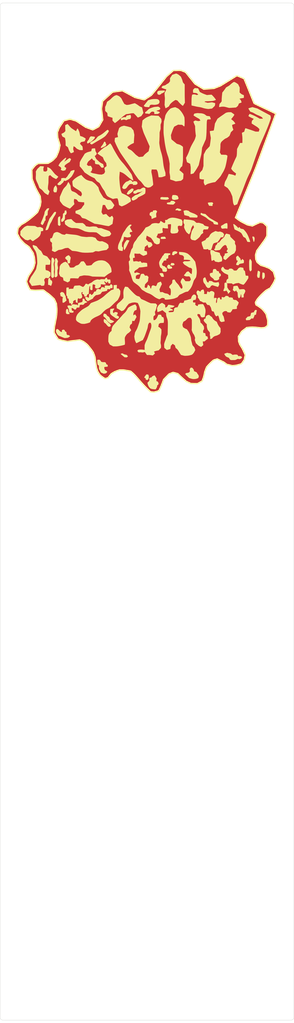
<source format=kicad_pcb>
(kicad_pcb (version 20171130) (host pcbnew "(5.1.8-0-10_14)")
  (layers (0 F.Cu signal) (31 B.Cu signal) (36 B.SilkS user) (37 F.SilkS user) (38 B.Mask user) (39 F.Mask user) (44 Edge.Cuts user))
  (net 0 "")
  (module Panel_Graphics:ammonite-detailed (layer F.Cu) (at 75.25 57.25)
    (fp_text reference Ref** hide)
    (fp_text value Val** hide)
    (fp_poly (pts (xy 6.614583 -27.861719) (xy 7.4295 -26.846272) (xy 8.244417 -25.830824) (xy 9.741399 -24.92817) (xy 10.622741 -24.994259) (xy 11.504083 -25.060347) (xy 12.068883 -25.281884) (xy 12.633683 -25.503422) (xy 14.03233 -26.372461) (xy 14.25398 -26.509878) (xy 14.465739 -26.640572) (xy 14.664788 -26.762841) (xy 14.848308 -26.87498) (xy 15.013482 -26.975286) (xy 15.157491 -27.062055) (xy 15.277517 -27.133583) (xy 15.370741 -27.188167) (xy 15.434347 -27.224103) (xy 15.465515 -27.239687) (xy 15.46778 -27.240215) (xy 15.495964 -27.231969) (xy 15.557998 -27.209253) (xy 15.64875 -27.174097) (xy 15.763085 -27.128532) (xy 15.895869 -27.074588) (xy 16.041969 -27.014295) (xy 16.096974 -26.991368) (xy 16.689364 -26.743807) (xy 16.819278 -26.426445) (xy 16.846498 -26.359641) (xy 16.888157 -26.256969) (xy 16.942881 -26.121831) (xy 17.009298 -25.957628) (xy 17.086033 -25.767763) (xy 17.171712 -25.555636) (xy 17.264961 -25.324649) (xy 17.364407 -25.078203) (xy 17.468675 -24.8197) (xy 17.576392 -24.552542) (xy 17.682806 -24.288512) (xy 18.416419 -22.46794) (xy 20.278376 -21.59267) (xy 20.548424 -21.465453) (xy 20.805716 -21.34371) (xy 21.047773 -21.228644) (xy 21.272115 -21.121456) (xy 21.476264 -21.023347) (xy 21.657739 -20.935519) (xy 21.814062 -20.859173) (xy 21.942754 -20.795511) (xy 22.041335 -20.745734) (xy 22.107326 -20.711043) (xy 22.138247 -20.69264) (xy 22.140333 -20.690343) (xy 22.133082 -20.668252) (xy 22.111763 -20.608238) (xy 22.077027 -20.512071) (xy 22.029525 -20.381519) (xy 21.96991 -20.218352) (xy 21.898831 -20.024338) (xy 21.816942 -19.801247) (xy 21.724892 -19.550849) (xy 21.623333 -19.274911) (xy 21.512917 -18.975204) (xy 21.394294 -18.653496) (xy 21.268117 -18.311557) (xy 21.135036 -17.951156) (xy 20.995704 -17.574061) (xy 20.85077 -17.182043) (xy 20.700887 -16.776869) (xy 20.546705 -16.36031) (xy 20.45603 -16.115435) (xy 18.771727 -11.567583) (xy 17.01309 -7.228416) (xy 16.846851 -6.818153) (xy 16.684796 -6.41803) (xy 16.527644 -6.029836) (xy 16.37612 -5.65536) (xy 16.230942 -5.296389) (xy 16.092834 -4.954713) (xy 15.962516 -4.632121) (xy 15.84071 -4.330399) (xy 15.728137 -4.051338) (xy 15.625519 -3.796726) (xy 15.533576 -3.568351) (xy 15.453032 -3.368002) (xy 15.384606 -3.197467) (xy 15.329021 -3.058535) (xy 15.286997 -2.952995) (xy 15.259257 -2.882634) (xy 15.246521 -2.849242) (xy 15.245753 -2.846824) (xy 15.248965 -2.828338) (xy 15.267384 -2.80228) (xy 15.304519 -2.765595) (xy 15.363875 -2.715226) (xy 15.44896 -2.648117) (xy 15.56328 -2.561211) (xy 15.635401 -2.507213) (xy 15.750976 -2.421531) (xy 15.850281 -2.349722) (xy 15.940238 -2.287598) (xy 16.02777 -2.230972) (xy 16.119799 -2.175656) (xy 16.223249 -2.117462) (xy 16.34504 -2.052203) (xy 16.492096 -1.97569) (xy 16.637 -1.901303) (xy 17.24025 -1.59258) (xy 18.114758 -1.394714) (xy 18.374895 -1.525117) (xy 18.480875 -1.577304) (xy 18.613365 -1.641114) (xy 18.760272 -1.710805) (xy 18.909499 -1.78063) (xy 19.027724 -1.835154) (xy 19.1642 -1.897568) (xy 19.270455 -1.944337) (xy 19.355085 -1.97671) (xy 19.426686 -1.995938) (xy 19.493855 -2.003269) (xy 19.565186 -1.999952) (xy 19.649276 -1.987238) (xy 19.75472 -1.966374) (xy 19.82738 -1.951375) (xy 20.00151 -1.915583) (xy 20.319505 -1.620264) (xy 20.6375 -1.324944) (xy 20.6375 0.281933) (xy 20.475799 0.590758) (xy 20.424407 0.685913) (xy 20.369327 0.781213) (xy 20.307201 0.881708) (xy 20.234673 0.992445) (xy 20.148388 1.118473) (xy 20.044989 1.26484) (xy 19.921119 1.436594) (xy 19.834246 1.55575) (xy 19.714193 1.720053) (xy 19.590944 1.888982) (xy 19.469383 2.055824) (xy 19.354393 2.213868) (xy 19.250859 2.356402) (xy 19.163665 2.476716) (xy 19.110307 2.550584) (xy 18.86622 2.88925) (xy 18.761459 3.27025) (xy 18.656697 3.65125) (xy 18.690585 4.011084) (xy 18.703324 4.143187) (xy 18.714599 4.243305) (xy 18.726797 4.321614) (xy 18.742303 4.388285) (xy 18.763506 4.453493) (xy 18.792791 4.527412) (xy 18.832544 4.620215) (xy 18.834582 4.624917) (xy 18.944691 4.878917) (xy 19.170645 5.058834) (xy 19.263365 5.132583) (xy 19.353011 5.203745) (xy 19.429884 5.26463) (xy 19.484286 5.307549) (xy 19.487964 5.310437) (xy 19.533729 5.341834) (xy 19.590287 5.370697) (xy 19.665106 5.399913) (xy 19.765657 5.43237) (xy 19.899407 5.470956) (xy 19.912623 5.474632) (xy 20.11896 5.537908) (xy 20.347485 5.618601) (xy 20.584441 5.711768) (xy 20.655587 5.741612) (xy 21.065257 5.916084) (xy 21.404588 6.203353) (xy 21.743918 6.490623) (xy 21.910376 7.059562) (xy 21.953641 7.208195) (xy 21.992725 7.343921) (xy 22.026106 7.461335) (xy 22.052262 7.555031) (xy 22.06967 7.619606) (xy 22.076807 7.649655) (xy 22.076901 7.650709) (xy 22.069389 7.676982) (xy 22.048577 7.735372) (xy 22.017121 7.818784) (xy 21.97768 7.920124) (xy 21.94821 7.994268) (xy 21.904825 8.099886) (xy 21.863183 8.194062) (xy 21.81927 8.284154) (xy 21.769071 8.377519) (xy 21.708572 8.481517) (xy 21.633761 8.603504) (xy 21.540622 8.750839) (xy 21.505552 8.805696) (xy 21.191653 9.295773) (xy 20.820926 9.500345) (xy 20.705283 9.56461) (xy 20.610693 9.619002) (xy 20.52997 9.668755) (xy 20.455924 9.7191) (xy 20.381367 9.775271) (xy 20.29911 9.8425) (xy 20.201965 9.92602) (xy 20.082743 10.031064) (xy 20.041142 10.067959) (xy 19.871709 10.220903) (xy 19.725091 10.359663) (xy 19.590228 10.495442) (xy 19.45606 10.639445) (xy 19.311526 10.802873) (xy 19.282833 10.836055) (xy 19.165292 10.973533) (xy 19.07117 11.086838) (xy 18.995277 11.183) (xy 18.932423 11.269049) (xy 18.87742 11.352016) (xy 18.825076 11.438931) (xy 18.7838 11.512098) (xy 18.634018 11.783088) (xy 18.697179 11.994302) (xy 18.760341 12.205516) (xy 18.992005 12.33105) (xy 19.135846 12.416628) (xy 19.300402 12.52792) (xy 19.477749 12.659462) (xy 19.546578 12.713409) (xy 19.653899 12.799475) (xy 19.740621 12.87163) (xy 19.813807 12.937073) (xy 19.880518 13.003001) (xy 19.947817 13.076614) (xy 20.022767 13.165109) (xy 20.112429 13.275687) (xy 20.174424 13.353361) (xy 20.479361 13.736489) (xy 20.626091 14.324203) (xy 20.668712 14.494749) (xy 20.70236 14.631921) (xy 20.727895 14.743519) (xy 20.746176 14.837343) (xy 20.758064 14.921196) (xy 20.764418 15.002877) (xy 20.766098 15.090187) (xy 20.763965 15.190928) (xy 20.758878 15.312899) (xy 20.751706 15.463704) (xy 20.738638 15.740325) (xy 20.291256 16.092051) (xy 19.65325 16.173767) (xy 19.187583 16.110401) (xy 18.785765 16.064369) (xy 18.399453 16.037317) (xy 18.034593 16.02942) (xy 17.697131 16.04085) (xy 17.480224 16.060465) (xy 17.148699 16.099379) (xy 16.282551 16.753417) (xy 15.719037 17.637017) (xy 15.743716 18.052467) (xy 15.752741 18.19828) (xy 15.761151 18.310971) (xy 15.770428 18.399703) (xy 15.782053 18.473635) (xy 15.797507 18.541929) (xy 15.818273 18.613744) (xy 15.845831 18.698242) (xy 15.850332 18.711651) (xy 15.884901 18.813463) (xy 15.914413 18.895316) (xy 15.943024 18.965259) (xy 15.974889 19.031341) (xy 16.014165 19.101612) (xy 16.065006 19.18412) (xy 16.131569 19.286914) (xy 16.204431 19.39749) (xy 16.274156 19.505655) (xy 16.337272 19.610103) (xy 16.39786 19.718593) (xy 16.459997 19.838886) (xy 16.527763 19.978742) (xy 16.605236 20.145923) (xy 16.651792 20.248625) (xy 16.715597 20.391665) (xy 16.773097 20.52346) (xy 16.822087 20.638724) (xy 16.860365 20.732171) (xy 16.885725 20.798513) (xy 16.895964 20.832466) (xy 16.896058 20.834449) (xy 16.890765 20.866427) (xy 16.877595 20.932533) (xy 16.85805 21.025613) (xy 16.833633 21.138516) (xy 16.805847 21.264088) (xy 16.804968 21.268016) (xy 16.71648 21.663384) (xy 16.475026 22.001212) (xy 16.233571 22.33904) (xy 15.847911 22.459492) (xy 15.702382 22.504158) (xy 15.58429 22.537817) (xy 15.480999 22.563115) (xy 15.379877 22.5827) (xy 15.268288 22.599221) (xy 15.133598 22.615325) (xy 15.072194 22.622051) (xy 14.682138 22.664158) (xy 13.684974 22.42099) (xy 13.474759 22.245444) (xy 13.380749 22.169302) (xy 13.297512 22.10867) (xy 13.213021 22.056196) (xy 13.115249 22.004523) (xy 12.99217 21.946297) (xy 12.966396 21.934551) (xy 12.82889 21.870916) (xy 12.672743 21.796729) (xy 12.516824 21.721055) (xy 12.380006 21.652959) (xy 12.3757 21.650776) (xy 12.08315 21.50235) (xy 11.762345 21.599743) (xy 11.623465 21.644151) (xy 11.511458 21.684611) (xy 11.431164 21.719241) (xy 11.388144 21.745486) (xy 11.354395 21.775709) (xy 11.295609 21.828008) (xy 11.218484 21.896437) (xy 11.129718 21.975054) (xy 11.070167 22.027725) (xy 10.96404 22.12549) (xy 10.842148 22.24415) (xy 10.715942 22.372176) (xy 10.596872 22.498039) (xy 10.531334 22.57029) (xy 10.257085 22.878964) (xy 10.092101 23.298107) (xy 10.034148 23.447066) (xy 9.989455 23.567614) (xy 9.954913 23.67038) (xy 9.927414 23.765993) (xy 9.903846 23.865082) (xy 9.881102 23.978277) (xy 9.861136 24.087667) (xy 9.835375 24.226362) (xy 9.81042 24.34424) (xy 9.783066 24.452672) (xy 9.750106 24.563029) (xy 9.708334 24.686682) (xy 9.654542 24.835) (xy 9.637293 24.881417) (xy 9.479431 25.30475) (xy 9.092896 25.521709) (xy 8.706362 25.738667) (xy 7.558167 25.738667) (xy 7.146387 25.545651) (xy 6.734608 25.352635) (xy 6.346512 25.014561) (xy 6.211115 24.894761) (xy 6.062044 24.759735) (xy 5.910444 24.619784) (xy 5.767461 24.485209) (xy 5.644238 24.366312) (xy 5.630333 24.352624) (xy 5.30225 24.028761) (xy 4.894399 23.922345) (xy 4.486548 23.815928) (xy 4.132399 23.954486) (xy 3.77825 24.093043) (xy 3.323167 24.559216) (xy 2.868083 25.025388) (xy 2.633285 25.651902) (xy 2.539461 25.896462) (xy 2.446933 26.126541) (xy 2.358653 26.335111) (xy 2.277571 26.515148) (xy 2.226219 26.621343) (xy 2.053951 26.964268) (xy 1.654224 27.092301) (xy 1.526579 27.131902) (xy 1.408278 27.166218) (xy 1.306867 27.193248) (xy 1.22989 27.210988) (xy 1.184893 27.217436) (xy 1.182873 27.217403) (xy 1.133033 27.214214) (xy 1.052823 27.207815) (xy 0.954 27.199187) (xy 0.864696 27.190883) (xy 0.779344 27.183072) (xy 0.713567 27.175737) (xy 0.66072 27.165082) (xy 0.61416 27.147311) (xy 0.567242 27.118629) (xy 0.513323 27.075239) (xy 0.445758 27.013345) (xy 0.357904 26.929153) (xy 0.286846 26.860743) (xy -0.021994 26.557699) (xy -0.336057 26.236305) (xy -0.659285 25.892347) (xy -0.995621 25.521613) (xy -1.349006 25.119889) (xy -1.436272 25.019) (xy -1.601976 24.827305) (xy -1.74414 24.664047) (xy -1.866474 24.525259) (xy -1.972682 24.406977) (xy -2.066472 24.305236) (xy -2.151551 24.21607) (xy -2.231624 24.135515) (xy -2.310398 24.059604) (xy -2.391581 23.984374) (xy -2.466628 23.91677) (xy -2.812497 23.60829) (xy -3.432957 23.496122) (xy -4.053417 23.383953) (xy -4.751917 23.405523) (xy -5.154083 23.546801) (xy -5.300537 23.599037) (xy -5.417136 23.64319) (xy -5.514317 23.684172) (xy -5.602517 23.726894) (xy -5.692172 23.776265) (xy -5.793717 23.837197) (xy -5.863632 23.880683) (xy -6.171013 24.073287) (xy -6.440291 24.414751) (xy -6.709569 24.756214) (xy -6.947826 24.813912) (xy -7.044228 24.836747) (xy -7.12633 24.855241) (xy -7.184935 24.867384) (xy -7.210112 24.871222) (xy -7.246117 24.858851) (xy -7.309198 24.825343) (xy -7.392688 24.775127) (xy -7.489921 24.712628) (xy -7.594228 24.642275) (xy -7.698944 24.568494) (xy -7.797401 24.495713) (xy -7.882932 24.428359) (xy -7.90575 24.409297) (xy -7.988734 24.337335) (xy -8.054207 24.275676) (xy -8.109762 24.215228) (xy -8.16299 24.146896) (xy -8.221485 24.061588) (xy -8.292838 23.950209) (xy -8.30442 23.931806) (xy -8.374705 23.818495) (xy -8.428695 23.726137) (xy -8.471569 23.643462) (xy -8.508508 23.559201) (xy -8.544691 23.462084) (xy -8.585299 23.340842) (xy -8.606979 23.273591) (xy -8.635047 23.185359) (xy -8.658856 23.107754) (xy -8.679388 23.035578) (xy -8.697627 22.963632) (xy -8.714558 22.886717) (xy -8.731163 22.799635) (xy -8.748427 22.697188) (xy -8.767334 22.574175) (xy -8.788866 22.425399) (xy -8.814008 22.245661) (xy -8.843743 22.029763) (xy -8.847451 22.00275) (xy -8.972367 21.092584) (xy -9.108057 20.720262) (xy -9.157808 20.585337) (xy -9.198843 20.480254) (xy -9.23636 20.394876) (xy -9.275559 20.319063) (xy -9.32164 20.242679) (xy -9.379802 20.155585) (xy -9.447042 20.059284) (xy -9.525808 19.95034) (xy -9.62347 19.819728) (xy -9.731759 19.678249) (xy -9.842404 19.536701) (xy -9.947137 19.405884) (xy -9.951038 19.401087) (xy -10.057517 19.271471) (xy -10.145939 19.16761) (xy -10.224005 19.081663) (xy -10.299418 19.005792) (xy -10.379878 18.932157) (xy -10.473088 18.852918) (xy -10.557066 18.784229) (xy -10.667196 18.69561) (xy -10.754629 18.627904) (xy -10.829314 18.575073) (xy -10.901203 18.531084) (xy -10.980246 18.489901) (xy -11.076394 18.445488) (xy -11.199599 18.39181) (xy -11.214988 18.385186) (xy -11.567583 18.23346) (xy -12.149667 18.300869) (xy -12.335599 18.322824) (xy -12.538171 18.347468) (xy -12.744454 18.373178) (xy -12.941522 18.398335) (xy -13.116448 18.421316) (xy -13.197417 18.432287) (xy -13.663083 18.496296) (xy -14.107583 18.416834) (xy -14.346434 18.370889) (xy -14.5594 18.322364) (xy -14.762906 18.267255) (xy -14.9225 18.218134) (xy -15.292917 18.098894) (xy -15.508759 17.754239) (xy -15.588882 17.624735) (xy -15.672604 17.486724) (xy -15.75277 17.352178) (xy -15.822227 17.233071) (xy -15.860157 17.166167) (xy -15.995712 16.92275) (xy -15.967002 16.488834) (xy -15.95535 16.329239) (xy -15.942145 16.187411) (xy -15.925817 16.052066) (xy -15.904802 15.91192) (xy -15.877533 15.75569) (xy -15.842442 15.57209) (xy -15.833288 15.52575) (xy -15.776113 15.236808) (xy -15.726781 14.985163) (xy -15.684642 14.766639) (xy -15.649047 14.577061) (xy -15.619346 14.412253) (xy -15.59489 14.268038) (xy -15.575029 14.140241) (xy -15.559114 14.024687) (xy -15.546496 13.917199) (xy -15.536525 13.813602) (xy -15.528553 13.709719) (xy -15.521929 13.601376) (xy -15.516076 13.485934) (xy -15.508655 13.319727) (xy -15.504072 13.183782) (xy -15.502596 13.066782) (xy -15.504496 12.957408) (xy -15.510041 12.844341) (xy -15.519499 12.716264) (xy -15.533139 12.561857) (xy -15.53969 12.491637) (xy -15.586688 11.991989) (xy -15.771033 11.58225) (xy -15.955378 11.17251) (xy -16.364981 10.787036) (xy -16.520995 10.642119) (xy -16.655551 10.52177) (xy -16.776198 10.41973) (xy -16.890488 10.329734) (xy -17.00597 10.245522) (xy -17.077079 10.19645) (xy -17.198229 10.112473) (xy -17.326936 10.020171) (xy -17.450594 9.928777) (xy -17.556598 9.847524) (xy -17.59206 9.819261) (xy -17.804544 9.647185) (xy -18.559564 9.674039) (xy -18.765857 9.681163) (xy -18.936511 9.686393) (xy -19.078183 9.68967) (xy -19.197528 9.690933) (xy -19.301201 9.69012) (xy -19.395858 9.687172) (xy -19.488154 9.682028) (xy -19.584745 9.674626) (xy -19.692287 9.664907) (xy -19.706167 9.66359) (xy -19.829519 9.651692) (xy -19.937075 9.641036) (xy -20.022257 9.632299) (xy -20.078487 9.626153) (xy -20.099187 9.623275) (xy -20.099191 9.623268) (xy -20.109447 9.604773) (xy -20.136272 9.556713) (xy -20.175549 9.486458) (xy -20.221382 9.404554) (xy -20.408294 9.037679) (xy -20.570039 8.652793) (xy -20.648532 8.430088) (xy -20.740005 8.150093) (xy -20.576869 7.699355) (xy -20.413733 7.248616) (xy -20.148024 6.857516) (xy -20.054634 6.717899) (xy -19.955057 6.565337) (xy -19.856914 6.411754) (xy -19.767821 6.26907) (xy -19.695657 6.149645) (xy -19.633504 6.043607) (xy -19.585288 5.958246) (xy -19.547382 5.884633) (xy -19.516157 5.813839) (xy -19.487987 5.736934) (xy -19.459246 5.644988) (xy -19.426305 5.529071) (xy -19.39044 5.398228) (xy -19.271881 4.963584) (xy -19.31996 4.487334) (xy -19.336847 4.32495) (xy -19.352081 4.19444) (xy -19.367572 4.085494) (xy -19.38523 3.987802) (xy -19.406965 3.891055) (xy -19.434684 3.784944) (xy -19.470298 3.659158) (xy -19.478725 3.630084) (xy -19.58941 3.249084) (xy -19.933032 2.730724) (xy -20.276653 2.212364) (xy -20.698167 1.915807) (xy -20.827492 1.824575) (xy -20.930895 1.750211) (xy -21.015413 1.686444) (xy -21.088087 1.627) (xy -21.155956 1.565607) (xy -21.226059 1.495993) (xy -21.305434 1.411885) (xy -21.401122 1.307011) (xy -21.4823 1.217084) (xy -21.84492 0.814917) (xy -22.079365 0.363775) (xy -22.313809 -0.087366) (xy -22.257044 -0.493475) (xy -22.238306 -0.624603) (xy -22.220265 -0.745514) (xy -22.204161 -0.848303) (xy -22.191232 -0.92507) (xy -22.182717 -0.967909) (xy -22.182627 -0.968263) (xy -22.158347 -1.01533) (xy -22.102669 -1.089427) (xy -22.015406 -1.190783) (xy -21.896369 -1.319628) (xy -21.882779 -1.333961) (xy -21.600583 -1.630979) (xy -21.230167 -1.836349) (xy -21.015858 -1.963309) (xy -20.779315 -2.11812) (xy -20.526002 -2.296616) (xy -20.26138 -2.49463) (xy -19.990913 -2.707997) (xy -19.720062 -2.932551) (xy -19.454291 -3.164127) (xy -19.275092 -3.327346) (xy -18.812268 -3.757083) (xy -18.592093 -4.284929) (xy -18.526131 -4.443499) (xy -18.474214 -4.570462) (xy -18.433992 -4.673242) (xy -18.403116 -4.759262) (xy -18.379236 -4.835945) (xy -18.360002 -4.910715) (xy -18.343065 -4.990995) (xy -18.326076 -5.084208) (xy -18.310725 -5.173929) (xy -18.249532 -5.535083) (xy -18.314871 -6.031024) (xy -18.380209 -6.526966) (xy -18.643658 -6.972941) (xy -18.887009 -7.410334) (xy -19.122117 -7.883847) (xy -19.346232 -8.387627) (xy -19.556605 -8.915819) (xy -19.558945 -8.922043) (xy -19.765837 -9.47267) (xy -19.788918 -10.112824) (xy -19.794838 -10.282561) (xy -19.800191 -10.446754) (xy -19.804775 -10.598346) (xy -19.80839 -10.730276) (xy -19.810831 -10.835487) (xy -19.811899 -10.90692) (xy -19.811929 -10.916864) (xy -19.811859 -11.08075) (xy -19.531471 -11.433344) (xy -19.437303 -11.551282) (xy -19.362835 -11.642285) (xy -19.301591 -11.712688) (xy -19.247099 -11.768829) (xy -19.192882 -11.817042) (xy -19.132468 -11.863666) (xy -19.059382 -11.915036) (xy -18.993948 -11.959416) (xy -18.736813 -12.132895) (xy -17.956781 -12.150942) (xy -17.774888 -12.155116) (xy -17.602802 -12.159) (xy -17.44598 -12.162474) (xy -17.309879 -12.165422) (xy -17.199958 -12.167724) (xy -17.121674 -12.169263) (xy -17.081399 -12.169911) (xy -17.045559 -12.172474) (xy -17.007608 -12.181355) (xy -16.961873 -12.199406) (xy -16.902682 -12.229479) (xy -16.824362 -12.274428) (xy -16.721241 -12.337104) (xy -16.605149 -12.409391) (xy -16.475174 -12.491333) (xy -16.372627 -12.558203) (xy -16.288812 -12.616997) (xy -16.215028 -12.674711) (xy -16.14258 -12.73834) (xy -16.062768 -12.81488) (xy -15.966894 -12.911326) (xy -15.914306 -12.965016) (xy -15.604362 -13.282083) (xy -15.399671 -13.758333) (xy -15.336259 -13.906466) (xy -15.286157 -14.02642) (xy -15.246405 -14.127485) (xy -15.214044 -14.218952) (xy -15.186115 -14.310112) (xy -15.159659 -14.410255) (xy -15.131716 -14.528673) (xy -15.099327 -14.674655) (xy -15.080982 -14.758854) (xy -14.966983 -15.283125) (xy -15.164782 -15.944188) (xy -15.362582 -16.60525) (xy -15.386532 -17.04975) (xy -15.410481 -17.49425) (xy -15.251824 -17.901923) (xy -15.093168 -18.309596) (xy -14.28034 -19.510736) (xy -13.770628 -19.640561) (xy -13.628934 -19.676343) (xy -13.499989 -19.708321) (xy -13.389731 -19.735069) (xy -13.304096 -19.755162) (xy -13.24902 -19.767176) (xy -13.23128 -19.770026) (xy -13.20364 -19.763892) (xy -13.141379 -19.746822) (xy -13.050281 -19.720509) (xy -12.936132 -19.686643) (xy -12.804716 -19.646918) (xy -12.688015 -19.611123) (xy -12.174386 -19.452579) (xy -11.362985 -18.916654) (xy -10.551583 -18.380728) (xy -9.328099 -17.928964) (xy -8.811768 -18.19844) (xy -8.295438 -18.467916) (xy -7.6158 -19.647648) (xy -7.8373 -21.533726) (xy -7.747008 -22.185059) (xy -7.656715 -22.836392) (xy -6.792104 -23.631443) (xy -5.927493 -24.426495) (xy -5.080173 -24.54325) (xy -4.868979 -24.572268) (xy -4.695583 -24.595779) (xy -4.55586 -24.614152) (xy -4.445685 -24.627755) (xy -4.360931 -24.636956) (xy -4.297474 -24.642125) (xy -4.251188 -24.643631) (xy -4.217948 -24.64184) (xy -4.193627 -24.637124) (xy -4.174102 -24.629849) (xy -4.164301 -24.625089) (xy -4.132978 -24.608639) (xy -4.068049 -24.574142) (xy -3.973208 -24.523573) (xy -3.85215 -24.458907) (xy -3.708567 -24.38212) (xy -3.546155 -24.295185) (xy -3.368605 -24.200079) (xy -3.179614 -24.098776) (xy -3.07975 -24.045221) (xy -2.06375 -23.500268) (xy -1.295122 -23.305957) (xy -1.120802 -23.261812) (xy -0.959008 -23.220693) (xy -0.814427 -23.183802) (xy -0.691749 -23.152341) (xy -0.595662 -23.127514) (xy -0.530853 -23.110524) (xy -0.502011 -23.102571) (xy -0.501372 -23.102352) (xy -0.478212 -23.111206) (xy -0.423886 -23.140589) (xy -0.342694 -23.187914) (xy -0.238936 -23.250592) (xy -0.11691 -23.326037) (xy 0.019084 -23.411659) (xy 0.127 -23.480575) (xy 0.73025 -23.868092) (xy 1.167 -24.385338) (xy 1.260889 -24.497637) (xy 1.377029 -24.638367) (xy 1.511502 -24.802686) (xy 1.660386 -24.985752) (xy 1.819763 -25.182721) (xy 1.985713 -25.388751) (xy 2.154316 -25.599) (xy 2.321651 -25.808625) (xy 2.459475 -25.982083) (xy 3.3152 -27.061583) (xy 3.914451 -27.598738) (xy 4.513702 -28.135892) (xy 5.151392 -28.156002) (xy 5.789083 -28.176113) (xy 6.614583 -27.861719)) (layer F.Cu) (width 0.01))
  )
  (module rumblesan-footprints:PanelHole_3.2mm_M3_elongated (layer F.Cu) (at 87.75 189.5)
    (fp_text reference REF** hide)
    (fp_text value PanelHole_3.2mm_M3_elongated hide)
    (pad "" np_thru_hole oval (at 0 0) (size 6.3 3.2) (drill oval 6.3 3.2) (layers *.Cu *.Mask))
  )
  (module rumblesan-footprints:PanelHole_3.2mm_M3_elongated (layer F.Cu) (at 62.75 189.5)
    (fp_text reference REF** hide)
    (fp_text value PanelHole_3.2mm_M3_elongated hide)
    (pad "" np_thru_hole oval (at 0 0) (size 6.3 3.2) (drill oval 6.3 3.2) (layers *.Cu *.Mask))
  )
  (module rumblesan-footprints:PanelHole_3.2mm_M3_elongated (layer F.Cu) (at 87.75 20.5)
    (fp_text reference REF** hide)
    (fp_text value PanelHole_3.2mm_M3_elongated hide)
    (pad "" np_thru_hole oval (at 0 0) (size 6.3 3.2) (drill oval 6.3 3.2) (layers *.Cu *.Mask))
  )
  (module rumblesan-footprints:PanelHole_3.2mm_M3_elongated (layer F.Cu) (at 62.75 20.5)
    (fp_text reference REF** hide)
    (fp_text value PanelHole_3.2mm_M3_elongated hide)
    (pad "" np_thru_hole oval (at 0 0) (size 6.3 3.2) (drill oval 6.3 3.2) (layers *.Cu *.Mask))
  )
  (gr_arc (start 100 192) (end 100 192.5) (angle -90) (layer Edge.Cuts) (width 0.05))
  (gr_arc (start 50.5 192) (end 50 192) (angle -90) (layer Edge.Cuts) (width 0.05))
  (gr_arc (start 50.5 18) (end 50.5 17.5) (angle -90) (layer Edge.Cuts) (width 0.05))
  (gr_arc (start 100 18) (end 100.5 18) (angle -90) (layer Edge.Cuts) (width 0.05))
  (gr_line (start 50 18) (end 50 192) (layer Edge.Cuts) (width 0.05))
  (gr_line (start 100 17.5) (end 50.5 17.5) (layer Edge.Cuts) (width 0.05))
  (gr_line (start 100.5 192) (end 100.5 18) (layer Edge.Cuts) (width 0.05))
  (gr_line (start 50.5 192.5) (end 100 192.5) (layer Edge.Cuts) (width 0.05))
)
</source>
